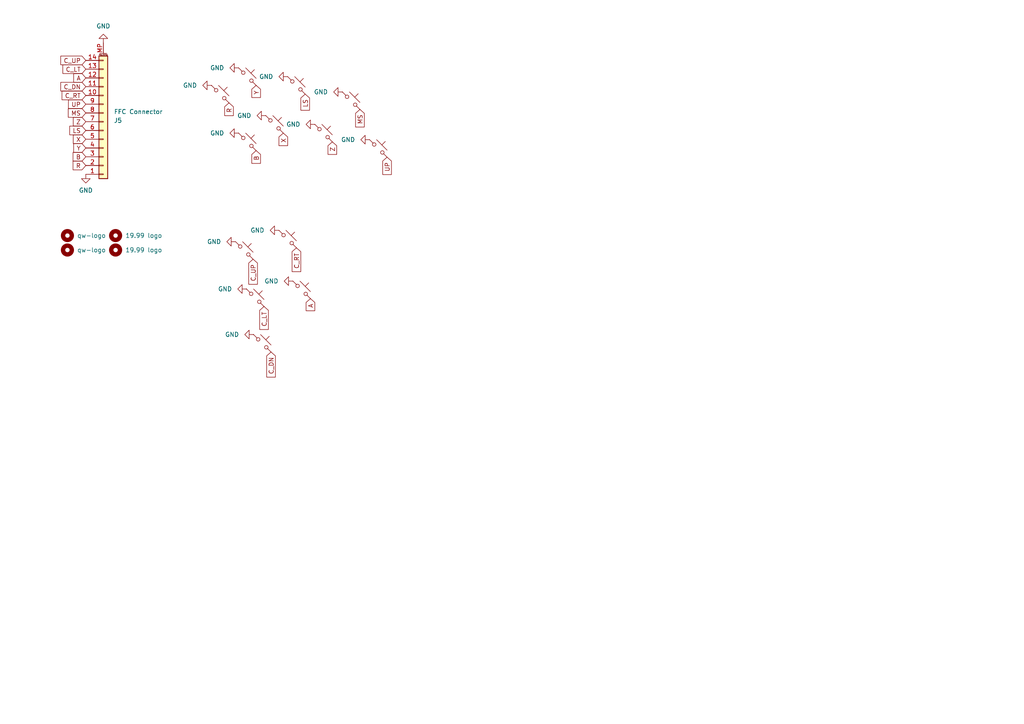
<source format=kicad_sch>
(kicad_sch
	(version 20231120)
	(generator "eeschema")
	(generator_version "8.0")
	(uuid "97ca623a-d248-42d7-a24f-eb3e5166da74")
	(paper "A4")
	(lib_symbols
		(symbol "Connector_Generic_MountingPin:Conn_01x14_MountingPin"
			(pin_names
				(offset 1.016) hide)
			(exclude_from_sim no)
			(in_bom yes)
			(on_board yes)
			(property "Reference" "J"
				(at 0 17.78 0)
				(effects
					(font
						(size 1.27 1.27)
					)
				)
			)
			(property "Value" "Conn_01x14_MountingPin"
				(at 1.27 -20.32 0)
				(effects
					(font
						(size 1.27 1.27)
					)
					(justify left)
				)
			)
			(property "Footprint" ""
				(at 0 0 0)
				(effects
					(font
						(size 1.27 1.27)
					)
					(hide yes)
				)
			)
			(property "Datasheet" "~"
				(at 0 0 0)
				(effects
					(font
						(size 1.27 1.27)
					)
					(hide yes)
				)
			)
			(property "Description" "Generic connectable mounting pin connector, single row, 01x14, script generated (kicad-library-utils/schlib/autogen/connector/)"
				(at 0 0 0)
				(effects
					(font
						(size 1.27 1.27)
					)
					(hide yes)
				)
			)
			(property "ki_keywords" "connector"
				(at 0 0 0)
				(effects
					(font
						(size 1.27 1.27)
					)
					(hide yes)
				)
			)
			(property "ki_fp_filters" "Connector*:*_1x??-1MP*"
				(at 0 0 0)
				(effects
					(font
						(size 1.27 1.27)
					)
					(hide yes)
				)
			)
			(symbol "Conn_01x14_MountingPin_1_1"
				(rectangle
					(start -1.27 -17.653)
					(end 0 -17.907)
					(stroke
						(width 0.1524)
						(type default)
					)
					(fill
						(type none)
					)
				)
				(rectangle
					(start -1.27 -15.113)
					(end 0 -15.367)
					(stroke
						(width 0.1524)
						(type default)
					)
					(fill
						(type none)
					)
				)
				(rectangle
					(start -1.27 -12.573)
					(end 0 -12.827)
					(stroke
						(width 0.1524)
						(type default)
					)
					(fill
						(type none)
					)
				)
				(rectangle
					(start -1.27 -10.033)
					(end 0 -10.287)
					(stroke
						(width 0.1524)
						(type default)
					)
					(fill
						(type none)
					)
				)
				(rectangle
					(start -1.27 -7.493)
					(end 0 -7.747)
					(stroke
						(width 0.1524)
						(type default)
					)
					(fill
						(type none)
					)
				)
				(rectangle
					(start -1.27 -4.953)
					(end 0 -5.207)
					(stroke
						(width 0.1524)
						(type default)
					)
					(fill
						(type none)
					)
				)
				(rectangle
					(start -1.27 -2.413)
					(end 0 -2.667)
					(stroke
						(width 0.1524)
						(type default)
					)
					(fill
						(type none)
					)
				)
				(rectangle
					(start -1.27 0.127)
					(end 0 -0.127)
					(stroke
						(width 0.1524)
						(type default)
					)
					(fill
						(type none)
					)
				)
				(rectangle
					(start -1.27 2.667)
					(end 0 2.413)
					(stroke
						(width 0.1524)
						(type default)
					)
					(fill
						(type none)
					)
				)
				(rectangle
					(start -1.27 5.207)
					(end 0 4.953)
					(stroke
						(width 0.1524)
						(type default)
					)
					(fill
						(type none)
					)
				)
				(rectangle
					(start -1.27 7.747)
					(end 0 7.493)
					(stroke
						(width 0.1524)
						(type default)
					)
					(fill
						(type none)
					)
				)
				(rectangle
					(start -1.27 10.287)
					(end 0 10.033)
					(stroke
						(width 0.1524)
						(type default)
					)
					(fill
						(type none)
					)
				)
				(rectangle
					(start -1.27 12.827)
					(end 0 12.573)
					(stroke
						(width 0.1524)
						(type default)
					)
					(fill
						(type none)
					)
				)
				(rectangle
					(start -1.27 15.367)
					(end 0 15.113)
					(stroke
						(width 0.1524)
						(type default)
					)
					(fill
						(type none)
					)
				)
				(rectangle
					(start -1.27 16.51)
					(end 1.27 -19.05)
					(stroke
						(width 0.254)
						(type default)
					)
					(fill
						(type background)
					)
				)
				(polyline
					(pts
						(xy -1.016 -19.812) (xy 1.016 -19.812)
					)
					(stroke
						(width 0.1524)
						(type default)
					)
					(fill
						(type none)
					)
				)
				(text "Mounting"
					(at 0 -19.431 0)
					(effects
						(font
							(size 0.381 0.381)
						)
					)
				)
				(pin passive line
					(at -5.08 15.24 0)
					(length 3.81)
					(name "Pin_1"
						(effects
							(font
								(size 1.27 1.27)
							)
						)
					)
					(number "1"
						(effects
							(font
								(size 1.27 1.27)
							)
						)
					)
				)
				(pin passive line
					(at -5.08 -7.62 0)
					(length 3.81)
					(name "Pin_10"
						(effects
							(font
								(size 1.27 1.27)
							)
						)
					)
					(number "10"
						(effects
							(font
								(size 1.27 1.27)
							)
						)
					)
				)
				(pin passive line
					(at -5.08 -10.16 0)
					(length 3.81)
					(name "Pin_11"
						(effects
							(font
								(size 1.27 1.27)
							)
						)
					)
					(number "11"
						(effects
							(font
								(size 1.27 1.27)
							)
						)
					)
				)
				(pin passive line
					(at -5.08 -12.7 0)
					(length 3.81)
					(name "Pin_12"
						(effects
							(font
								(size 1.27 1.27)
							)
						)
					)
					(number "12"
						(effects
							(font
								(size 1.27 1.27)
							)
						)
					)
				)
				(pin passive line
					(at -5.08 -15.24 0)
					(length 3.81)
					(name "Pin_13"
						(effects
							(font
								(size 1.27 1.27)
							)
						)
					)
					(number "13"
						(effects
							(font
								(size 1.27 1.27)
							)
						)
					)
				)
				(pin passive line
					(at -5.08 -17.78 0)
					(length 3.81)
					(name "Pin_14"
						(effects
							(font
								(size 1.27 1.27)
							)
						)
					)
					(number "14"
						(effects
							(font
								(size 1.27 1.27)
							)
						)
					)
				)
				(pin passive line
					(at -5.08 12.7 0)
					(length 3.81)
					(name "Pin_2"
						(effects
							(font
								(size 1.27 1.27)
							)
						)
					)
					(number "2"
						(effects
							(font
								(size 1.27 1.27)
							)
						)
					)
				)
				(pin passive line
					(at -5.08 10.16 0)
					(length 3.81)
					(name "Pin_3"
						(effects
							(font
								(size 1.27 1.27)
							)
						)
					)
					(number "3"
						(effects
							(font
								(size 1.27 1.27)
							)
						)
					)
				)
				(pin passive line
					(at -5.08 7.62 0)
					(length 3.81)
					(name "Pin_4"
						(effects
							(font
								(size 1.27 1.27)
							)
						)
					)
					(number "4"
						(effects
							(font
								(size 1.27 1.27)
							)
						)
					)
				)
				(pin passive line
					(at -5.08 5.08 0)
					(length 3.81)
					(name "Pin_5"
						(effects
							(font
								(size 1.27 1.27)
							)
						)
					)
					(number "5"
						(effects
							(font
								(size 1.27 1.27)
							)
						)
					)
				)
				(pin passive line
					(at -5.08 2.54 0)
					(length 3.81)
					(name "Pin_6"
						(effects
							(font
								(size 1.27 1.27)
							)
						)
					)
					(number "6"
						(effects
							(font
								(size 1.27 1.27)
							)
						)
					)
				)
				(pin passive line
					(at -5.08 0 0)
					(length 3.81)
					(name "Pin_7"
						(effects
							(font
								(size 1.27 1.27)
							)
						)
					)
					(number "7"
						(effects
							(font
								(size 1.27 1.27)
							)
						)
					)
				)
				(pin passive line
					(at -5.08 -2.54 0)
					(length 3.81)
					(name "Pin_8"
						(effects
							(font
								(size 1.27 1.27)
							)
						)
					)
					(number "8"
						(effects
							(font
								(size 1.27 1.27)
							)
						)
					)
				)
				(pin passive line
					(at -5.08 -5.08 0)
					(length 3.81)
					(name "Pin_9"
						(effects
							(font
								(size 1.27 1.27)
							)
						)
					)
					(number "9"
						(effects
							(font
								(size 1.27 1.27)
							)
						)
					)
				)
				(pin passive line
					(at 0 -22.86 90)
					(length 3.048)
					(name "MountPin"
						(effects
							(font
								(size 1.27 1.27)
							)
						)
					)
					(number "MP"
						(effects
							(font
								(size 1.27 1.27)
							)
						)
					)
				)
			)
		)
		(symbol "GND_2"
			(power)
			(pin_names
				(offset 0)
			)
			(exclude_from_sim no)
			(in_bom yes)
			(on_board yes)
			(property "Reference" "#PWR"
				(at 0 -6.35 0)
				(effects
					(font
						(size 1.27 1.27)
					)
					(hide yes)
				)
			)
			(property "Value" "GND_2"
				(at 0 -3.81 0)
				(effects
					(font
						(size 1.27 1.27)
					)
				)
			)
			(property "Footprint" ""
				(at 0 0 0)
				(effects
					(font
						(size 1.27 1.27)
					)
					(hide yes)
				)
			)
			(property "Datasheet" ""
				(at 0 0 0)
				(effects
					(font
						(size 1.27 1.27)
					)
					(hide yes)
				)
			)
			(property "Description" "Power symbol creates a global label with name \"GND\" , ground"
				(at 0 0 0)
				(effects
					(font
						(size 1.27 1.27)
					)
					(hide yes)
				)
			)
			(property "ki_keywords" "global power"
				(at 0 0 0)
				(effects
					(font
						(size 1.27 1.27)
					)
					(hide yes)
				)
			)
			(symbol "GND_2_0_1"
				(polyline
					(pts
						(xy 0 0) (xy 0 -1.27) (xy 1.27 -1.27) (xy 0 -2.54) (xy -1.27 -1.27) (xy 0 -1.27)
					)
					(stroke
						(width 0)
						(type default)
					)
					(fill
						(type none)
					)
				)
			)
			(symbol "GND_2_1_1"
				(pin power_in line
					(at 0 0 270)
					(length 0) hide
					(name "GND"
						(effects
							(font
								(size 1.27 1.27)
							)
						)
					)
					(number "1"
						(effects
							(font
								(size 1.27 1.27)
							)
						)
					)
				)
			)
		)
		(symbol "Mechanical:MountingHole"
			(pin_names
				(offset 1.016)
			)
			(exclude_from_sim no)
			(in_bom yes)
			(on_board yes)
			(property "Reference" "H"
				(at 0 5.08 0)
				(effects
					(font
						(size 1.27 1.27)
					)
				)
			)
			(property "Value" "MountingHole"
				(at 0 3.175 0)
				(effects
					(font
						(size 1.27 1.27)
					)
				)
			)
			(property "Footprint" ""
				(at 0 0 0)
				(effects
					(font
						(size 1.27 1.27)
					)
					(hide yes)
				)
			)
			(property "Datasheet" "~"
				(at 0 0 0)
				(effects
					(font
						(size 1.27 1.27)
					)
					(hide yes)
				)
			)
			(property "Description" "Mounting Hole without connection"
				(at 0 0 0)
				(effects
					(font
						(size 1.27 1.27)
					)
					(hide yes)
				)
			)
			(property "ki_keywords" "mounting hole"
				(at 0 0 0)
				(effects
					(font
						(size 1.27 1.27)
					)
					(hide yes)
				)
			)
			(property "ki_fp_filters" "MountingHole*"
				(at 0 0 0)
				(effects
					(font
						(size 1.27 1.27)
					)
					(hide yes)
				)
			)
			(symbol "MountingHole_0_1"
				(circle
					(center 0 0)
					(radius 1.27)
					(stroke
						(width 1.27)
						(type default)
					)
					(fill
						(type none)
					)
				)
			)
		)
		(symbol "PCM_marbastlib-choc:choc_SW_HS"
			(pin_numbers hide)
			(pin_names
				(offset 1.016) hide)
			(exclude_from_sim no)
			(in_bom yes)
			(on_board yes)
			(property "Reference" "CH"
				(at 3.048 1.016 0)
				(effects
					(font
						(size 1.27 1.27)
					)
					(justify left)
				)
			)
			(property "Value" "choc_SW_HS"
				(at 0 -3.81 0)
				(effects
					(font
						(size 1.27 1.27)
					)
				)
			)
			(property "Footprint" "PCM_marbastlib-choc:SW_choc_v1_HS_1u"
				(at 0 0 0)
				(effects
					(font
						(size 1.27 1.27)
					)
					(hide yes)
				)
			)
			(property "Datasheet" "~"
				(at 0 0 0)
				(effects
					(font
						(size 1.27 1.27)
					)
					(hide yes)
				)
			)
			(property "Description" "Push button switch, normally open, two pins, 45° tilted"
				(at 0 0 0)
				(effects
					(font
						(size 1.27 1.27)
					)
					(hide yes)
				)
			)
			(property "ki_keywords" "switch normally-open pushbutton push-button"
				(at 0 0 0)
				(effects
					(font
						(size 1.27 1.27)
					)
					(hide yes)
				)
			)
			(symbol "choc_SW_HS_0_1"
				(circle
					(center -1.1684 1.1684)
					(radius 0.508)
					(stroke
						(width 0)
						(type default)
					)
					(fill
						(type none)
					)
				)
				(polyline
					(pts
						(xy -0.508 2.54) (xy 2.54 -0.508)
					)
					(stroke
						(width 0)
						(type default)
					)
					(fill
						(type none)
					)
				)
				(polyline
					(pts
						(xy 1.016 1.016) (xy 2.032 2.032)
					)
					(stroke
						(width 0)
						(type default)
					)
					(fill
						(type none)
					)
				)
				(polyline
					(pts
						(xy -2.54 2.54) (xy -1.524 1.524) (xy -1.524 1.524)
					)
					(stroke
						(width 0)
						(type default)
					)
					(fill
						(type none)
					)
				)
				(polyline
					(pts
						(xy 1.524 -1.524) (xy 2.54 -2.54) (xy 2.54 -2.54) (xy 2.54 -2.54)
					)
					(stroke
						(width 0)
						(type default)
					)
					(fill
						(type none)
					)
				)
				(circle
					(center 1.143 -1.1938)
					(radius 0.508)
					(stroke
						(width 0)
						(type default)
					)
					(fill
						(type none)
					)
				)
				(pin passive line
					(at -2.54 2.54 0)
					(length 0)
					(name "1"
						(effects
							(font
								(size 1.27 1.27)
							)
						)
					)
					(number "1"
						(effects
							(font
								(size 1.27 1.27)
							)
						)
					)
				)
				(pin passive line
					(at 2.54 -2.54 180)
					(length 0)
					(name "2"
						(effects
							(font
								(size 1.27 1.27)
							)
						)
					)
					(number "2"
						(effects
							(font
								(size 1.27 1.27)
							)
						)
					)
				)
			)
		)
		(symbol "power:GND"
			(power)
			(pin_names
				(offset 0)
			)
			(exclude_from_sim no)
			(in_bom yes)
			(on_board yes)
			(property "Reference" "#PWR"
				(at 0 -6.35 0)
				(effects
					(font
						(size 1.27 1.27)
					)
					(hide yes)
				)
			)
			(property "Value" "GND"
				(at 0 -3.81 0)
				(effects
					(font
						(size 1.27 1.27)
					)
				)
			)
			(property "Footprint" ""
				(at 0 0 0)
				(effects
					(font
						(size 1.27 1.27)
					)
					(hide yes)
				)
			)
			(property "Datasheet" ""
				(at 0 0 0)
				(effects
					(font
						(size 1.27 1.27)
					)
					(hide yes)
				)
			)
			(property "Description" "Power symbol creates a global label with name \"GND\" , ground"
				(at 0 0 0)
				(effects
					(font
						(size 1.27 1.27)
					)
					(hide yes)
				)
			)
			(property "ki_keywords" "global power"
				(at 0 0 0)
				(effects
					(font
						(size 1.27 1.27)
					)
					(hide yes)
				)
			)
			(symbol "GND_0_1"
				(polyline
					(pts
						(xy 0 0) (xy 0 -1.27) (xy 1.27 -1.27) (xy 0 -2.54) (xy -1.27 -1.27) (xy 0 -1.27)
					)
					(stroke
						(width 0)
						(type default)
					)
					(fill
						(type none)
					)
				)
			)
			(symbol "GND_1_1"
				(pin power_in line
					(at 0 0 270)
					(length 0) hide
					(name "GND"
						(effects
							(font
								(size 1.27 1.27)
							)
						)
					)
					(number "1"
						(effects
							(font
								(size 1.27 1.27)
							)
						)
					)
				)
			)
		)
	)
	(global_label "X"
		(shape input)
		(at 24.892 40.386 180)
		(fields_autoplaced yes)
		(effects
			(font
				(size 1.27 1.27)
			)
			(justify right)
		)
		(uuid "016cd56d-640e-4a4a-bb4c-40e4e1fbeced")
		(property "Intersheetrefs" "${INTERSHEET_REFS}"
			(at 21.2694 40.3066 0)
			(effects
				(font
					(size 1.27 1.27)
				)
				(justify right)
				(hide yes)
			)
		)
	)
	(global_label "C_LT"
		(shape input)
		(at 76.581 88.9 270)
		(fields_autoplaced yes)
		(effects
			(font
				(size 1.27 1.27)
			)
			(justify right)
		)
		(uuid "02aeeefb-3287-4350-9a1f-7efa71c361b2")
		(property "Intersheetrefs" "${INTERSHEET_REFS}"
			(at 76.581 96.0391 90)
			(effects
				(font
					(size 1.27 1.27)
				)
				(justify right)
				(hide yes)
			)
		)
	)
	(global_label "B"
		(shape input)
		(at 24.892 45.466 180)
		(fields_autoplaced yes)
		(effects
			(font
				(size 1.27 1.27)
			)
			(justify right)
		)
		(uuid "076da3cd-0267-4649-bcbf-a27ab8363d2f")
		(property "Intersheetrefs" "${INTERSHEET_REFS}"
			(at 21.2089 45.3866 0)
			(effects
				(font
					(size 1.27 1.27)
				)
				(justify right)
				(hide yes)
			)
		)
	)
	(global_label "C_DN"
		(shape input)
		(at 78.613 102.108 270)
		(fields_autoplaced yes)
		(effects
			(font
				(size 1.27 1.27)
			)
			(justify right)
		)
		(uuid "0b9f4194-9344-4e75-9b49-c7806033e913")
		(property "Intersheetrefs" "${INTERSHEET_REFS}"
			(at 78.613 109.8519 90)
			(effects
				(font
					(size 1.27 1.27)
				)
				(justify right)
				(hide yes)
			)
		)
	)
	(global_label "Y"
		(shape input)
		(at 74.295 24.765 270)
		(fields_autoplaced yes)
		(effects
			(font
				(size 1.27 1.27)
			)
			(justify right)
		)
		(uuid "11bd7e8d-37dd-4ec8-bbb2-40308aff4624")
		(property "Intersheetrefs" "${INTERSHEET_REFS}"
			(at 74.295 28.7594 90)
			(effects
				(font
					(size 1.27 1.27)
				)
				(justify right)
				(hide yes)
			)
		)
	)
	(global_label "LS"
		(shape input)
		(at 24.892 37.846 180)
		(fields_autoplaced yes)
		(effects
			(font
				(size 1.27 1.27)
			)
			(justify right)
		)
		(uuid "239dc02e-fb21-4a49-aa65-0f833a0893bd")
		(property "Intersheetrefs" "${INTERSHEET_REFS}"
			(at 20.2413 37.7666 0)
			(effects
				(font
					(size 1.27 1.27)
				)
				(justify right)
				(hide yes)
			)
		)
	)
	(global_label "R"
		(shape input)
		(at 24.892 48.006 180)
		(fields_autoplaced yes)
		(effects
			(font
				(size 1.27 1.27)
			)
			(justify right)
		)
		(uuid "3bd41fe8-a600-4ae5-9c87-487ede1b0391")
		(property "Intersheetrefs" "${INTERSHEET_REFS}"
			(at 21.2089 47.9266 0)
			(effects
				(font
					(size 1.27 1.27)
				)
				(justify right)
				(hide yes)
			)
		)
	)
	(global_label "X"
		(shape input)
		(at 82.169 38.608 270)
		(fields_autoplaced yes)
		(effects
			(font
				(size 1.27 1.27)
			)
			(justify right)
		)
		(uuid "3d9f84e4-6c85-4103-a885-31987046935c")
		(property "Intersheetrefs" "${INTERSHEET_REFS}"
			(at 82.169 42.7233 90)
			(effects
				(font
					(size 1.27 1.27)
				)
				(justify right)
				(hide yes)
			)
		)
	)
	(global_label "C_DN"
		(shape input)
		(at 24.892 25.146 180)
		(fields_autoplaced yes)
		(effects
			(font
				(size 1.27 1.27)
			)
			(justify right)
		)
		(uuid "4b3f6e6c-c4a1-4a1c-a16b-3ede23937403")
		(property "Intersheetrefs" "${INTERSHEET_REFS}"
			(at 17.6408 25.0666 0)
			(effects
				(font
					(size 1.27 1.27)
				)
				(justify right)
				(hide yes)
			)
		)
	)
	(global_label "C_RT"
		(shape input)
		(at 85.979 71.882 270)
		(fields_autoplaced yes)
		(effects
			(font
				(size 1.27 1.27)
			)
			(justify right)
		)
		(uuid "4cd01590-eb20-42ac-9a7a-1bd3006286b0")
		(property "Intersheetrefs" "${INTERSHEET_REFS}"
			(at 85.979 79.263 90)
			(effects
				(font
					(size 1.27 1.27)
				)
				(justify right)
				(hide yes)
			)
		)
	)
	(global_label "MS"
		(shape input)
		(at 104.394 31.75 270)
		(fields_autoplaced yes)
		(effects
			(font
				(size 1.27 1.27)
			)
			(justify right)
		)
		(uuid "4e263399-1645-40de-9a53-e74abdf75227")
		(property "Intersheetrefs" "${INTERSHEET_REFS}"
			(at 104.394 37.3167 90)
			(effects
				(font
					(size 1.27 1.27)
				)
				(justify right)
				(hide yes)
			)
		)
	)
	(global_label "UP"
		(shape input)
		(at 24.892 30.226 180)
		(fields_autoplaced yes)
		(effects
			(font
				(size 1.27 1.27)
			)
			(justify right)
		)
		(uuid "5559387b-5881-4527-9543-17782751ba44")
		(property "Intersheetrefs" "${INTERSHEET_REFS}"
			(at 19.8784 30.1466 0)
			(effects
				(font
					(size 1.27 1.27)
				)
				(justify right)
				(hide yes)
			)
		)
	)
	(global_label "C_UP"
		(shape input)
		(at 24.892 17.526 180)
		(fields_autoplaced yes)
		(effects
			(font
				(size 1.27 1.27)
			)
			(justify right)
		)
		(uuid "5a80987d-6924-4639-91c6-3c1c693aa7ad")
		(property "Intersheetrefs" "${INTERSHEET_REFS}"
			(at 17.6408 17.4466 0)
			(effects
				(font
					(size 1.27 1.27)
				)
				(justify right)
				(hide yes)
			)
		)
	)
	(global_label "C_LT"
		(shape input)
		(at 24.892 20.066 180)
		(fields_autoplaced yes)
		(effects
			(font
				(size 1.27 1.27)
			)
			(justify right)
		)
		(uuid "73ba3b7f-26c3-4645-8fe3-bf475992b7c1")
		(property "Intersheetrefs" "${INTERSHEET_REFS}"
			(at 18.2456 19.9866 0)
			(effects
				(font
					(size 1.27 1.27)
				)
				(justify right)
				(hide yes)
			)
		)
	)
	(global_label "A"
		(shape input)
		(at 90.043 86.614 270)
		(fields_autoplaced yes)
		(effects
			(font
				(size 1.27 1.27)
			)
			(justify right)
		)
		(uuid "74dc406d-bced-4491-a755-472ed1f5ae32")
		(property "Intersheetrefs" "${INTERSHEET_REFS}"
			(at 90.043 90.6084 90)
			(effects
				(font
					(size 1.27 1.27)
				)
				(justify right)
				(hide yes)
			)
		)
	)
	(global_label "R"
		(shape input)
		(at 66.421 29.845 270)
		(fields_autoplaced yes)
		(effects
			(font
				(size 1.27 1.27)
			)
			(justify right)
		)
		(uuid "7f00423c-f9f3-45d9-9290-7aa31ca28bff")
		(property "Intersheetrefs" "${INTERSHEET_REFS}"
			(at 66.421 34.0208 90)
			(effects
				(font
					(size 1.27 1.27)
				)
				(justify right)
				(hide yes)
			)
		)
	)
	(global_label "MS"
		(shape input)
		(at 24.892 32.766 180)
		(fields_autoplaced yes)
		(effects
			(font
				(size 1.27 1.27)
			)
			(justify right)
		)
		(uuid "829a7ee8-23d6-41c3-8af7-bb020203f982")
		(property "Intersheetrefs" "${INTERSHEET_REFS}"
			(at 19.8179 32.6866 0)
			(effects
				(font
					(size 1.27 1.27)
				)
				(justify right)
				(hide yes)
			)
		)
	)
	(global_label "C_RT"
		(shape input)
		(at 24.892 27.686 180)
		(fields_autoplaced yes)
		(effects
			(font
				(size 1.27 1.27)
			)
			(justify right)
		)
		(uuid "85c75884-9546-4b3c-8c03-e14a32fc4f48")
		(property "Intersheetrefs" "${INTERSHEET_REFS}"
			(at 18.0037 27.6066 0)
			(effects
				(font
					(size 1.27 1.27)
				)
				(justify right)
				(hide yes)
			)
		)
	)
	(global_label "UP"
		(shape input)
		(at 112.268 45.593 270)
		(fields_autoplaced yes)
		(effects
			(font
				(size 1.27 1.27)
			)
			(justify right)
		)
		(uuid "89704b3e-fbac-4470-86ee-78b6f9e40262")
		(property "Intersheetrefs" "${INTERSHEET_REFS}"
			(at 112.268 51.0993 90)
			(effects
				(font
					(size 1.27 1.27)
				)
				(justify right)
				(hide yes)
			)
		)
	)
	(global_label "Y"
		(shape input)
		(at 24.892 42.926 180)
		(fields_autoplaced yes)
		(effects
			(font
				(size 1.27 1.27)
			)
			(justify right)
		)
		(uuid "9633f168-1f8e-4179-b058-36ef8ae02354")
		(property "Intersheetrefs" "${INTERSHEET_REFS}"
			(at 21.3903 42.8466 0)
			(effects
				(font
					(size 1.27 1.27)
				)
				(justify right)
				(hide yes)
			)
		)
	)
	(global_label "Z"
		(shape input)
		(at 24.892 35.306 180)
		(fields_autoplaced yes)
		(effects
			(font
				(size 1.27 1.27)
			)
			(justify right)
		)
		(uuid "a2231b80-4ea5-4090-9eec-cd70d32a4a88")
		(property "Intersheetrefs" "${INTERSHEET_REFS}"
			(at 21.2694 35.2266 0)
			(effects
				(font
					(size 1.27 1.27)
				)
				(justify right)
				(hide yes)
			)
		)
	)
	(global_label "Z"
		(shape input)
		(at 96.393 41.148 270)
		(fields_autoplaced yes)
		(effects
			(font
				(size 1.27 1.27)
			)
			(justify right)
		)
		(uuid "bfe88499-2290-4fd7-b2d3-fc1e3f40f7e8")
		(property "Intersheetrefs" "${INTERSHEET_REFS}"
			(at 96.393 45.2633 90)
			(effects
				(font
					(size 1.27 1.27)
				)
				(justify right)
				(hide yes)
			)
		)
	)
	(global_label "A"
		(shape input)
		(at 24.892 22.606 180)
		(fields_autoplaced yes)
		(effects
			(font
				(size 1.27 1.27)
			)
			(justify right)
		)
		(uuid "c775b7a4-90f9-4b5a-a14c-e7d50e73f932")
		(property "Intersheetrefs" "${INTERSHEET_REFS}"
			(at 21.3903 22.5266 0)
			(effects
				(font
					(size 1.27 1.27)
				)
				(justify right)
				(hide yes)
			)
		)
	)
	(global_label "B"
		(shape input)
		(at 74.295 43.688 270)
		(fields_autoplaced yes)
		(effects
			(font
				(size 1.27 1.27)
			)
			(justify right)
		)
		(uuid "d03a8574-8808-4bbc-97c2-abc5475d91c4")
		(property "Intersheetrefs" "${INTERSHEET_REFS}"
			(at 74.295 47.8638 90)
			(effects
				(font
					(size 1.27 1.27)
				)
				(justify right)
				(hide yes)
			)
		)
	)
	(global_label "LS"
		(shape input)
		(at 88.519 27.305 270)
		(fields_autoplaced yes)
		(effects
			(font
				(size 1.27 1.27)
			)
			(justify right)
		)
		(uuid "d36739e7-f939-476f-a13c-3a7fd4ee3500")
		(property "Intersheetrefs" "${INTERSHEET_REFS}"
			(at 88.519 32.4484 90)
			(effects
				(font
					(size 1.27 1.27)
				)
				(justify right)
				(hide yes)
			)
		)
	)
	(global_label "C_UP"
		(shape input)
		(at 73.406 75.184 270)
		(fields_autoplaced yes)
		(effects
			(font
				(size 1.27 1.27)
			)
			(justify right)
		)
		(uuid "fb1cda29-6152-4f3d-bbd1-d98b5206ab7f")
		(property "Intersheetrefs" "${INTERSHEET_REFS}"
			(at 73.406 82.9279 90)
			(effects
				(font
					(size 1.27 1.27)
				)
				(justify right)
				(hide yes)
			)
		)
	)
	(symbol
		(lib_id "power:GND")
		(at 91.313 36.068 270)
		(unit 1)
		(exclude_from_sim no)
		(in_bom yes)
		(on_board yes)
		(dnp no)
		(fields_autoplaced yes)
		(uuid "0243ed9b-0956-465d-b6d1-a2c1b599f70a")
		(property "Reference" "#PWR09"
			(at 84.963 36.068 0)
			(effects
				(font
					(size 1.27 1.27)
				)
				(hide yes)
			)
		)
		(property "Value" "GND"
			(at 87.122 36.068 90)
			(effects
				(font
					(size 1.27 1.27)
				)
				(justify right)
			)
		)
		(property "Footprint" ""
			(at 91.313 36.068 0)
			(effects
				(font
					(size 1.27 1.27)
				)
				(hide yes)
			)
		)
		(property "Datasheet" ""
			(at 91.313 36.068 0)
			(effects
				(font
					(size 1.27 1.27)
				)
				(hide yes)
			)
		)
		(property "Description" ""
			(at 91.313 36.068 0)
			(effects
				(font
					(size 1.27 1.27)
				)
				(hide yes)
			)
		)
		(pin "1"
			(uuid "bf6f3c88-a537-42f3-9774-87bf71c03589")
		)
		(instances
			(project "Right Hand Swift"
				(path "/97ca623a-d248-42d7-a24f-eb3e5166da74"
					(reference "#PWR09")
					(unit 1)
				)
			)
		)
	)
	(symbol
		(lib_id "power:GND")
		(at 107.188 40.513 270)
		(unit 1)
		(exclude_from_sim no)
		(in_bom yes)
		(on_board yes)
		(dnp no)
		(fields_autoplaced yes)
		(uuid "02f67a0f-bcf3-4116-ba2c-4bea12f974e7")
		(property "Reference" "#PWR010"
			(at 100.838 40.513 0)
			(effects
				(font
					(size 1.27 1.27)
				)
				(hide yes)
			)
		)
		(property "Value" "GND"
			(at 102.997 40.513 90)
			(effects
				(font
					(size 1.27 1.27)
				)
				(justify right)
			)
		)
		(property "Footprint" ""
			(at 107.188 40.513 0)
			(effects
				(font
					(size 1.27 1.27)
				)
				(hide yes)
			)
		)
		(property "Datasheet" ""
			(at 107.188 40.513 0)
			(effects
				(font
					(size 1.27 1.27)
				)
				(hide yes)
			)
		)
		(property "Description" ""
			(at 107.188 40.513 0)
			(effects
				(font
					(size 1.27 1.27)
				)
				(hide yes)
			)
		)
		(pin "1"
			(uuid "07c7bd68-b73a-4fa0-af85-3444e082c9bc")
		)
		(instances
			(project "Right Hand Swift"
				(path "/97ca623a-d248-42d7-a24f-eb3e5166da74"
					(reference "#PWR010")
					(unit 1)
				)
			)
		)
	)
	(symbol
		(lib_id "power:GND")
		(at 68.326 70.104 270)
		(unit 1)
		(exclude_from_sim no)
		(in_bom yes)
		(on_board yes)
		(dnp no)
		(fields_autoplaced yes)
		(uuid "0417bda2-4478-450b-91d6-83b68b0bb9cb")
		(property "Reference" "#PWR011"
			(at 61.976 70.104 0)
			(effects
				(font
					(size 1.27 1.27)
				)
				(hide yes)
			)
		)
		(property "Value" "GND"
			(at 64.135 70.104 90)
			(effects
				(font
					(size 1.27 1.27)
				)
				(justify right)
			)
		)
		(property "Footprint" ""
			(at 68.326 70.104 0)
			(effects
				(font
					(size 1.27 1.27)
				)
				(hide yes)
			)
		)
		(property "Datasheet" ""
			(at 68.326 70.104 0)
			(effects
				(font
					(size 1.27 1.27)
				)
				(hide yes)
			)
		)
		(property "Description" ""
			(at 68.326 70.104 0)
			(effects
				(font
					(size 1.27 1.27)
				)
				(hide yes)
			)
		)
		(pin "1"
			(uuid "f611801d-abbc-401e-a7bb-3ec4f88e3ab2")
		)
		(instances
			(project "Right Hand Swift"
				(path "/97ca623a-d248-42d7-a24f-eb3e5166da74"
					(reference "#PWR011")
					(unit 1)
				)
			)
		)
	)
	(symbol
		(lib_id "PCM_marbastlib-choc:choc_SW_HS")
		(at 76.073 99.568 270)
		(mirror x)
		(unit 1)
		(exclude_from_sim no)
		(in_bom yes)
		(on_board yes)
		(dnp no)
		(uuid "07c93f9b-8bbe-46cb-9f17-5b3d3cb50910")
		(property "Reference" "CH13"
			(at 83.058 99.568 0)
			(effects
				(font
					(size 1.27 1.27)
				)
				(hide yes)
			)
		)
		(property "Value" "choc_SW_HS"
			(at 80.518 99.568 0)
			(effects
				(font
					(size 1.27 1.27)
				)
				(hide yes)
			)
		)
		(property "Footprint" "PCBs:Kailh_socket_PG1350"
			(at 76.073 99.568 0)
			(effects
				(font
					(size 1.27 1.27)
				)
				(hide yes)
			)
		)
		(property "Datasheet" "~"
			(at 76.073 99.568 0)
			(effects
				(font
					(size 1.27 1.27)
				)
				(hide yes)
			)
		)
		(property "Description" ""
			(at 76.073 99.568 0)
			(effects
				(font
					(size 1.27 1.27)
				)
				(hide yes)
			)
		)
		(property "LCSC" "C5333465"
			(at 76.073 99.568 0)
			(effects
				(font
					(size 1.27 1.27)
				)
				(hide yes)
			)
		)
		(pin "1"
			(uuid "ec8f9957-70dd-404e-9b44-a31968db3872")
		)
		(pin "2"
			(uuid "e4fbc8b6-a09e-4eda-bf08-2c7aa54a6a80")
		)
		(instances
			(project "Right Hand Swift"
				(path "/97ca623a-d248-42d7-a24f-eb3e5166da74"
					(reference "CH13")
					(unit 1)
				)
			)
		)
	)
	(symbol
		(lib_id "power:GND")
		(at 80.899 66.802 270)
		(unit 1)
		(exclude_from_sim no)
		(in_bom yes)
		(on_board yes)
		(dnp no)
		(fields_autoplaced yes)
		(uuid "11c6242e-f05b-448c-9b51-5ef2894e954a")
		(property "Reference" "#PWR012"
			(at 74.549 66.802 0)
			(effects
				(font
					(size 1.27 1.27)
				)
				(hide yes)
			)
		)
		(property "Value" "GND"
			(at 76.708 66.802 90)
			(effects
				(font
					(size 1.27 1.27)
				)
				(justify right)
			)
		)
		(property "Footprint" ""
			(at 80.899 66.802 0)
			(effects
				(font
					(size 1.27 1.27)
				)
				(hide yes)
			)
		)
		(property "Datasheet" ""
			(at 80.899 66.802 0)
			(effects
				(font
					(size 1.27 1.27)
				)
				(hide yes)
			)
		)
		(property "Description" ""
			(at 80.899 66.802 0)
			(effects
				(font
					(size 1.27 1.27)
				)
				(hide yes)
			)
		)
		(pin "1"
			(uuid "ee20a7ae-039d-47b5-af9b-855adc21356d")
		)
		(instances
			(project "Right Hand Swift"
				(path "/97ca623a-d248-42d7-a24f-eb3e5166da74"
					(reference "#PWR012")
					(unit 1)
				)
			)
		)
	)
	(symbol
		(lib_id "PCM_marbastlib-choc:choc_SW_HS")
		(at 85.979 24.765 270)
		(mirror x)
		(unit 1)
		(exclude_from_sim no)
		(in_bom yes)
		(on_board yes)
		(dnp no)
		(uuid "158d83da-ea43-49c3-91bc-068a278ff3bf")
		(property "Reference" "CH16"
			(at 92.964 24.765 0)
			(effects
				(font
					(size 1.27 1.27)
				)
				(hide yes)
			)
		)
		(property "Value" "choc_SW_HS"
			(at 90.424 24.765 0)
			(effects
				(font
					(size 1.27 1.27)
				)
				(hide yes)
			)
		)
		(property "Footprint" "PCBs:Kailh_socket_PG1350"
			(at 85.979 24.765 0)
			(effects
				(font
					(size 1.27 1.27)
				)
				(hide yes)
			)
		)
		(property "Datasheet" "~"
			(at 85.979 24.765 0)
			(effects
				(font
					(size 1.27 1.27)
				)
				(hide yes)
			)
		)
		(property "Description" ""
			(at 85.979 24.765 0)
			(effects
				(font
					(size 1.27 1.27)
				)
				(hide yes)
			)
		)
		(property "LCSC" "C5333465"
			(at 85.979 24.765 0)
			(effects
				(font
					(size 1.27 1.27)
				)
				(hide yes)
			)
		)
		(pin "1"
			(uuid "57894d90-3685-428e-a607-9f73d031ca50")
		)
		(pin "2"
			(uuid "467cb3a3-a06d-4aa8-9a5a-6b1b670ba10e")
		)
		(instances
			(project "Right Hand Swift"
				(path "/97ca623a-d248-42d7-a24f-eb3e5166da74"
					(reference "CH16")
					(unit 1)
				)
			)
		)
	)
	(symbol
		(lib_id "PCM_marbastlib-choc:choc_SW_HS")
		(at 101.854 29.21 270)
		(mirror x)
		(unit 1)
		(exclude_from_sim no)
		(in_bom yes)
		(on_board yes)
		(dnp no)
		(uuid "197b0a72-fd50-473c-a71a-c7beeb27e87b")
		(property "Reference" "CH19"
			(at 108.839 29.21 0)
			(effects
				(font
					(size 1.27 1.27)
				)
				(hide yes)
			)
		)
		(property "Value" "choc_SW_HS"
			(at 106.299 29.21 0)
			(effects
				(font
					(size 1.27 1.27)
				)
				(hide yes)
			)
		)
		(property "Footprint" "PCBs:Kailh_socket_PG1350"
			(at 101.854 29.21 0)
			(effects
				(font
					(size 1.27 1.27)
				)
				(hide yes)
			)
		)
		(property "Datasheet" "~"
			(at 101.854 29.21 0)
			(effects
				(font
					(size 1.27 1.27)
				)
				(hide yes)
			)
		)
		(property "Description" ""
			(at 101.854 29.21 0)
			(effects
				(font
					(size 1.27 1.27)
				)
				(hide yes)
			)
		)
		(property "LCSC" "C5333465"
			(at 101.854 29.21 0)
			(effects
				(font
					(size 1.27 1.27)
				)
				(hide yes)
			)
		)
		(pin "1"
			(uuid "f5920dac-8627-4a17-ab1a-d9f0464fa239")
		)
		(pin "2"
			(uuid "a5df2602-7ca1-440e-8085-522311497a3f")
		)
		(instances
			(project "Right Hand Swift"
				(path "/97ca623a-d248-42d7-a24f-eb3e5166da74"
					(reference "CH19")
					(unit 1)
				)
			)
		)
	)
	(symbol
		(lib_id "Mechanical:MountingHole")
		(at 33.528 68.326 0)
		(unit 1)
		(exclude_from_sim no)
		(in_bom no)
		(on_board yes)
		(dnp no)
		(uuid "2d95f894-ff7a-41f4-98ff-7b2acd36434c")
		(property "Reference" "H3"
			(at 36.068 67.056 0)
			(effects
				(font
					(size 1.27 1.27)
				)
				(justify left)
				(hide yes)
			)
		)
		(property "Value" "19.99 logo"
			(at 36.322 68.326 0)
			(effects
				(font
					(size 1.27 1.27)
				)
				(justify left)
			)
		)
		(property "Footprint" "1999:1999 logo md"
			(at 33.528 68.326 0)
			(effects
				(font
					(size 1.27 1.27)
				)
				(hide yes)
			)
		)
		(property "Datasheet" "~"
			(at 33.528 68.326 0)
			(effects
				(font
					(size 1.27 1.27)
				)
				(hide yes)
			)
		)
		(property "Description" ""
			(at 33.528 68.326 0)
			(effects
				(font
					(size 1.27 1.27)
				)
				(hide yes)
			)
		)
		(instances
			(project "MainBoard"
				(path "/7bfb23e1-799c-4e40-8935-884d70092db8"
					(reference "H3")
					(unit 1)
				)
			)
			(project "Right Hand Swift"
				(path "/97ca623a-d248-42d7-a24f-eb3e5166da74"
					(reference "H7")
					(unit 1)
				)
			)
		)
	)
	(symbol
		(lib_id "power:GND")
		(at 69.215 19.685 270)
		(unit 1)
		(exclude_from_sim no)
		(in_bom yes)
		(on_board yes)
		(dnp no)
		(fields_autoplaced yes)
		(uuid "30d90353-7f56-4c3a-8178-d61b2df30725")
		(property "Reference" "#PWR04"
			(at 62.865 19.685 0)
			(effects
				(font
					(size 1.27 1.27)
				)
				(hide yes)
			)
		)
		(property "Value" "GND"
			(at 65.024 19.685 90)
			(effects
				(font
					(size 1.27 1.27)
				)
				(justify right)
			)
		)
		(property "Footprint" ""
			(at 69.215 19.685 0)
			(effects
				(font
					(size 1.27 1.27)
				)
				(hide yes)
			)
		)
		(property "Datasheet" ""
			(at 69.215 19.685 0)
			(effects
				(font
					(size 1.27 1.27)
				)
				(hide yes)
			)
		)
		(property "Description" ""
			(at 69.215 19.685 0)
			(effects
				(font
					(size 1.27 1.27)
				)
				(hide yes)
			)
		)
		(pin "1"
			(uuid "3e19ac5c-9f49-4ada-a262-fbe53eaab53e")
		)
		(instances
			(project "Right Hand Swift"
				(path "/97ca623a-d248-42d7-a24f-eb3e5166da74"
					(reference "#PWR04")
					(unit 1)
				)
			)
		)
	)
	(symbol
		(lib_id "power:GND")
		(at 83.439 22.225 270)
		(unit 1)
		(exclude_from_sim no)
		(in_bom yes)
		(on_board yes)
		(dnp no)
		(fields_autoplaced yes)
		(uuid "3a0ba013-5ab1-453a-9679-4d32b28571df")
		(property "Reference" "#PWR05"
			(at 77.089 22.225 0)
			(effects
				(font
					(size 1.27 1.27)
				)
				(hide yes)
			)
		)
		(property "Value" "GND"
			(at 79.248 22.225 90)
			(effects
				(font
					(size 1.27 1.27)
				)
				(justify right)
			)
		)
		(property "Footprint" ""
			(at 83.439 22.225 0)
			(effects
				(font
					(size 1.27 1.27)
				)
				(hide yes)
			)
		)
		(property "Datasheet" ""
			(at 83.439 22.225 0)
			(effects
				(font
					(size 1.27 1.27)
				)
				(hide yes)
			)
		)
		(property "Description" ""
			(at 83.439 22.225 0)
			(effects
				(font
					(size 1.27 1.27)
				)
				(hide yes)
			)
		)
		(pin "1"
			(uuid "e4cead86-9d9b-440b-bc55-7998d66fc651")
		)
		(instances
			(project "Right Hand Swift"
				(path "/97ca623a-d248-42d7-a24f-eb3e5166da74"
					(reference "#PWR05")
					(unit 1)
				)
			)
		)
	)
	(symbol
		(lib_id "PCM_marbastlib-choc:choc_SW_HS")
		(at 87.503 84.074 270)
		(mirror x)
		(unit 1)
		(exclude_from_sim no)
		(in_bom yes)
		(on_board yes)
		(dnp no)
		(uuid "48285245-eb7a-42fa-aa57-d79671b2db0f")
		(property "Reference" "CH17"
			(at 94.488 84.074 0)
			(effects
				(font
					(size 1.27 1.27)
				)
				(hide yes)
			)
		)
		(property "Value" "choc_SW_HS"
			(at 91.948 84.074 0)
			(effects
				(font
					(size 1.27 1.27)
				)
				(hide yes)
			)
		)
		(property "Footprint" "PCBs:Kailh_socket_PG1350"
			(at 87.503 84.074 0)
			(effects
				(font
					(size 1.27 1.27)
				)
				(hide yes)
			)
		)
		(property "Datasheet" "~"
			(at 87.503 84.074 0)
			(effects
				(font
					(size 1.27 1.27)
				)
				(hide yes)
			)
		)
		(property "Description" ""
			(at 87.503 84.074 0)
			(effects
				(font
					(size 1.27 1.27)
				)
				(hide yes)
			)
		)
		(property "LCSC" "C5333465"
			(at 87.503 84.074 0)
			(effects
				(font
					(size 1.27 1.27)
				)
				(hide yes)
			)
		)
		(pin "1"
			(uuid "1c40d2a3-2959-46c7-bed6-239ab48990e7")
		)
		(pin "2"
			(uuid "7f288a74-46f3-40f1-8f1b-3173375703b9")
		)
		(instances
			(project "Right Hand Swift"
				(path "/97ca623a-d248-42d7-a24f-eb3e5166da74"
					(reference "CH17")
					(unit 1)
				)
			)
		)
	)
	(symbol
		(lib_id "PCM_marbastlib-choc:choc_SW_HS")
		(at 71.755 22.225 270)
		(mirror x)
		(unit 1)
		(exclude_from_sim no)
		(in_bom yes)
		(on_board yes)
		(dnp no)
		(uuid "4a9e7d2d-c958-4ee3-b278-824b984d2a16")
		(property "Reference" "CH10"
			(at 78.74 22.225 0)
			(effects
				(font
					(size 1.27 1.27)
				)
				(hide yes)
			)
		)
		(property "Value" "choc_SW_HS"
			(at 76.2 22.225 0)
			(effects
				(font
					(size 1.27 1.27)
				)
				(hide yes)
			)
		)
		(property "Footprint" "PCBs:Kailh_socket_PG1350"
			(at 71.755 22.225 0)
			(effects
				(font
					(size 1.27 1.27)
				)
				(hide yes)
			)
		)
		(property "Datasheet" "~"
			(at 71.755 22.225 0)
			(effects
				(font
					(size 1.27 1.27)
				)
				(hide yes)
			)
		)
		(property "Description" ""
			(at 71.755 22.225 0)
			(effects
				(font
					(size 1.27 1.27)
				)
				(hide yes)
			)
		)
		(property "LCSC" "C5333465"
			(at 71.755 22.225 0)
			(effects
				(font
					(size 1.27 1.27)
				)
				(hide yes)
			)
		)
		(pin "1"
			(uuid "212afcd4-f50a-408e-8fc5-152afd406851")
		)
		(pin "2"
			(uuid "34df6704-9648-41c3-b5ae-115810d0c47b")
		)
		(instances
			(project "Right Hand Swift"
				(path "/97ca623a-d248-42d7-a24f-eb3e5166da74"
					(reference "CH10")
					(unit 1)
				)
			)
		)
	)
	(symbol
		(lib_id "Mechanical:MountingHole")
		(at 33.528 72.517 0)
		(unit 1)
		(exclude_from_sim no)
		(in_bom no)
		(on_board yes)
		(dnp no)
		(uuid "4bca25f1-9ee9-4a8e-8646-fa50b73d71b8")
		(property "Reference" "H4"
			(at 36.068 71.247 0)
			(effects
				(font
					(size 1.27 1.27)
				)
				(justify left)
				(hide yes)
			)
		)
		(property "Value" "19.99 logo"
			(at 36.322 72.517 0)
			(effects
				(font
					(size 1.27 1.27)
				)
				(justify left)
			)
		)
		(property "Footprint" "1999:1999 logo md"
			(at 33.528 72.517 0)
			(effects
				(font
					(size 1.27 1.27)
				)
				(hide yes)
			)
		)
		(property "Datasheet" "~"
			(at 33.528 72.517 0)
			(effects
				(font
					(size 1.27 1.27)
				)
				(hide yes)
			)
		)
		(property "Description" ""
			(at 33.528 72.517 0)
			(effects
				(font
					(size 1.27 1.27)
				)
				(hide yes)
			)
		)
		(instances
			(project "MainBoard"
				(path "/7bfb23e1-799c-4e40-8935-884d70092db8"
					(reference "H4")
					(unit 1)
				)
			)
			(project "Right Hand Swift"
				(path "/97ca623a-d248-42d7-a24f-eb3e5166da74"
					(reference "H8")
					(unit 1)
				)
			)
		)
	)
	(symbol
		(lib_name "GND_2")
		(lib_id "power:GND")
		(at 29.972 12.446 180)
		(unit 1)
		(exclude_from_sim no)
		(in_bom yes)
		(on_board yes)
		(dnp no)
		(fields_autoplaced yes)
		(uuid "5bd32734-5170-4b3f-995d-6a3523b50783")
		(property "Reference" "#PWR014"
			(at 29.972 6.096 0)
			(effects
				(font
					(size 1.27 1.27)
				)
				(hide yes)
			)
		)
		(property "Value" "GND"
			(at 29.972 7.574 0)
			(effects
				(font
					(size 1.27 1.27)
				)
			)
		)
		(property "Footprint" ""
			(at 29.972 12.446 0)
			(effects
				(font
					(size 1.27 1.27)
				)
				(hide yes)
			)
		)
		(property "Datasheet" ""
			(at 29.972 12.446 0)
			(effects
				(font
					(size 1.27 1.27)
				)
				(hide yes)
			)
		)
		(property "Description" ""
			(at 29.972 12.446 0)
			(effects
				(font
					(size 1.27 1.27)
				)
				(hide yes)
			)
		)
		(pin "1"
			(uuid "83cf3bd3-e9ee-4c23-8e4f-cae0055ff9a7")
		)
		(instances
			(project "MainBoard"
				(path "/7bfb23e1-799c-4e40-8935-884d70092db8"
					(reference "#PWR014")
					(unit 1)
				)
			)
			(project "Right Hand Swift"
				(path "/97ca623a-d248-42d7-a24f-eb3e5166da74"
					(reference "#PWR02")
					(unit 1)
				)
			)
		)
	)
	(symbol
		(lib_id "power:GND")
		(at 84.963 81.534 270)
		(unit 1)
		(exclude_from_sim no)
		(in_bom yes)
		(on_board yes)
		(dnp no)
		(fields_autoplaced yes)
		(uuid "66f2774f-765a-4c36-a93b-db3a5ef91612")
		(property "Reference" "#PWR014"
			(at 78.613 81.534 0)
			(effects
				(font
					(size 1.27 1.27)
				)
				(hide yes)
			)
		)
		(property "Value" "GND"
			(at 80.772 81.534 90)
			(effects
				(font
					(size 1.27 1.27)
				)
				(justify right)
			)
		)
		(property "Footprint" ""
			(at 84.963 81.534 0)
			(effects
				(font
					(size 1.27 1.27)
				)
				(hide yes)
			)
		)
		(property "Datasheet" ""
			(at 84.963 81.534 0)
			(effects
				(font
					(size 1.27 1.27)
				)
				(hide yes)
			)
		)
		(property "Description" ""
			(at 84.963 81.534 0)
			(effects
				(font
					(size 1.27 1.27)
				)
				(hide yes)
			)
		)
		(pin "1"
			(uuid "094f6f87-69a3-4aed-9b6b-41e727f87bbd")
		)
		(instances
			(project "Right Hand Swift"
				(path "/97ca623a-d248-42d7-a24f-eb3e5166da74"
					(reference "#PWR014")
					(unit 1)
				)
			)
		)
	)
	(symbol
		(lib_id "PCM_marbastlib-choc:choc_SW_HS")
		(at 63.881 27.305 270)
		(mirror x)
		(unit 1)
		(exclude_from_sim no)
		(in_bom yes)
		(on_board yes)
		(dnp no)
		(uuid "6b3c3436-1b59-4bf8-ae44-4e9ff3b4e471")
		(property "Reference" "CH8"
			(at 70.866 27.305 0)
			(effects
				(font
					(size 1.27 1.27)
				)
				(hide yes)
			)
		)
		(property "Value" "choc_SW_HS"
			(at 68.326 27.305 0)
			(effects
				(font
					(size 1.27 1.27)
				)
				(hide yes)
			)
		)
		(property "Footprint" "PCBs:Kailh_socket_PG1350"
			(at 63.881 27.305 0)
			(effects
				(font
					(size 1.27 1.27)
				)
				(hide yes)
			)
		)
		(property "Datasheet" "~"
			(at 63.881 27.305 0)
			(effects
				(font
					(size 1.27 1.27)
				)
				(hide yes)
			)
		)
		(property "Description" ""
			(at 63.881 27.305 0)
			(effects
				(font
					(size 1.27 1.27)
				)
				(hide yes)
			)
		)
		(property "LCSC" "C5333465"
			(at 63.881 27.305 0)
			(effects
				(font
					(size 1.27 1.27)
				)
				(hide yes)
			)
		)
		(pin "1"
			(uuid "a1dabdfa-6b54-4db6-a059-b5377a1a5946")
		)
		(pin "2"
			(uuid "1aea0395-852c-43a0-baa9-28bfd4b2346c")
		)
		(instances
			(project "Right Hand Swift"
				(path "/97ca623a-d248-42d7-a24f-eb3e5166da74"
					(reference "CH8")
					(unit 1)
				)
			)
		)
	)
	(symbol
		(lib_id "PCM_marbastlib-choc:choc_SW_HS")
		(at 71.755 41.148 270)
		(mirror x)
		(unit 1)
		(exclude_from_sim no)
		(in_bom yes)
		(on_board yes)
		(dnp no)
		(uuid "71195254-574e-4a51-b882-eb6ee559731b")
		(property "Reference" "CH11"
			(at 78.74 41.148 0)
			(effects
				(font
					(size 1.27 1.27)
				)
				(hide yes)
			)
		)
		(property "Value" "choc_SW_HS"
			(at 76.2 41.148 0)
			(effects
				(font
					(size 1.27 1.27)
				)
				(hide yes)
			)
		)
		(property "Footprint" "PCBs:Kailh_socket_PG1350"
			(at 71.755 41.148 0)
			(effects
				(font
					(size 1.27 1.27)
				)
				(hide yes)
			)
		)
		(property "Datasheet" "~"
			(at 71.755 41.148 0)
			(effects
				(font
					(size 1.27 1.27)
				)
				(hide yes)
			)
		)
		(property "Description" ""
			(at 71.755 41.148 0)
			(effects
				(font
					(size 1.27 1.27)
				)
				(hide yes)
			)
		)
		(property "LCSC" "C5333465"
			(at 71.755 41.148 0)
			(effects
				(font
					(size 1.27 1.27)
				)
				(hide yes)
			)
		)
		(pin "1"
			(uuid "43a8ce9d-4cb4-478f-82ef-b610f53e6a90")
		)
		(pin "2"
			(uuid "b4496082-e21b-4d48-8ae5-651fa1b94ffa")
		)
		(instances
			(project "Right Hand Swift"
				(path "/97ca623a-d248-42d7-a24f-eb3e5166da74"
					(reference "CH11")
					(unit 1)
				)
			)
		)
	)
	(symbol
		(lib_id "power:GND")
		(at 61.341 24.765 270)
		(unit 1)
		(exclude_from_sim no)
		(in_bom yes)
		(on_board yes)
		(dnp no)
		(fields_autoplaced yes)
		(uuid "71826b74-9c9f-4f9f-9c41-1a290ca4adc5")
		(property "Reference" "#PWR03"
			(at 54.991 24.765 0)
			(effects
				(font
					(size 1.27 1.27)
				)
				(hide yes)
			)
		)
		(property "Value" "GND"
			(at 57.15 24.765 90)
			(effects
				(font
					(size 1.27 1.27)
				)
				(justify right)
			)
		)
		(property "Footprint" ""
			(at 61.341 24.765 0)
			(effects
				(font
					(size 1.27 1.27)
				)
				(hide yes)
			)
		)
		(property "Datasheet" ""
			(at 61.341 24.765 0)
			(effects
				(font
					(size 1.27 1.27)
				)
				(hide yes)
			)
		)
		(property "Description" ""
			(at 61.341 24.765 0)
			(effects
				(font
					(size 1.27 1.27)
				)
				(hide yes)
			)
		)
		(pin "1"
			(uuid "b6488332-55cc-48c6-a6bc-a2391b1753ab")
		)
		(instances
			(project "Right Hand Swift"
				(path "/97ca623a-d248-42d7-a24f-eb3e5166da74"
					(reference "#PWR03")
					(unit 1)
				)
			)
		)
	)
	(symbol
		(lib_id "PCM_marbastlib-choc:choc_SW_HS")
		(at 79.629 36.068 270)
		(mirror x)
		(unit 1)
		(exclude_from_sim no)
		(in_bom yes)
		(on_board yes)
		(dnp no)
		(uuid "79851689-bd16-4bb3-b89f-0a16e16549fa")
		(property "Reference" "CH14"
			(at 86.614 36.068 0)
			(effects
				(font
					(size 1.27 1.27)
				)
				(hide yes)
			)
		)
		(property "Value" "choc_SW_HS"
			(at 84.074 36.068 0)
			(effects
				(font
					(size 1.27 1.27)
				)
				(hide yes)
			)
		)
		(property "Footprint" "PCBs:Kailh_socket_PG1350"
			(at 79.629 36.068 0)
			(effects
				(font
					(size 1.27 1.27)
				)
				(hide yes)
			)
		)
		(property "Datasheet" "~"
			(at 79.629 36.068 0)
			(effects
				(font
					(size 1.27 1.27)
				)
				(hide yes)
			)
		)
		(property "Description" ""
			(at 79.629 36.068 0)
			(effects
				(font
					(size 1.27 1.27)
				)
				(hide yes)
			)
		)
		(property "LCSC" "C5333465"
			(at 79.629 36.068 0)
			(effects
				(font
					(size 1.27 1.27)
				)
				(hide yes)
			)
		)
		(pin "1"
			(uuid "f2796b00-2275-47a7-b16d-7ba305fdbe8e")
		)
		(pin "2"
			(uuid "19662d56-e0ae-4d25-98fc-f7e384254fa5")
		)
		(instances
			(project "Right Hand Swift"
				(path "/97ca623a-d248-42d7-a24f-eb3e5166da74"
					(reference "CH14")
					(unit 1)
				)
			)
		)
	)
	(symbol
		(lib_id "power:GND")
		(at 73.533 97.028 270)
		(unit 1)
		(exclude_from_sim no)
		(in_bom yes)
		(on_board yes)
		(dnp no)
		(fields_autoplaced yes)
		(uuid "7d8b26c4-31da-4428-ba06-36361605459b")
		(property "Reference" "#PWR015"
			(at 67.183 97.028 0)
			(effects
				(font
					(size 1.27 1.27)
				)
				(hide yes)
			)
		)
		(property "Value" "GND"
			(at 69.342 97.028 90)
			(effects
				(font
					(size 1.27 1.27)
				)
				(justify right)
			)
		)
		(property "Footprint" ""
			(at 73.533 97.028 0)
			(effects
				(font
					(size 1.27 1.27)
				)
				(hide yes)
			)
		)
		(property "Datasheet" ""
			(at 73.533 97.028 0)
			(effects
				(font
					(size 1.27 1.27)
				)
				(hide yes)
			)
		)
		(property "Description" ""
			(at 73.533 97.028 0)
			(effects
				(font
					(size 1.27 1.27)
				)
				(hide yes)
			)
		)
		(pin "1"
			(uuid "2c298c2c-c883-4ad6-8a3f-b367d86c61fe")
		)
		(instances
			(project "Right Hand Swift"
				(path "/97ca623a-d248-42d7-a24f-eb3e5166da74"
					(reference "#PWR015")
					(unit 1)
				)
			)
		)
	)
	(symbol
		(lib_id "Connector_Generic_MountingPin:Conn_01x14_MountingPin")
		(at 29.972 35.306 0)
		(mirror x)
		(unit 1)
		(exclude_from_sim no)
		(in_bom yes)
		(on_board yes)
		(dnp no)
		(uuid "7f50a191-6416-491d-8522-3e3c9c4ff98c")
		(property "Reference" "J1"
			(at 33.02 34.9504 0)
			(effects
				(font
					(size 1.27 1.27)
				)
				(justify left)
			)
		)
		(property "Value" "FFC Connector"
			(at 33.02 32.4104 0)
			(effects
				(font
					(size 1.27 1.27)
				)
				(justify left)
			)
		)
		(property "Footprint" "Connector_FFC-FPC:TE_1-84953-4_1x14-1MP_P1.0mm_Horizontal"
			(at 29.972 35.306 0)
			(effects
				(font
					(size 1.27 1.27)
				)
				(hide yes)
			)
		)
		(property "Datasheet" "~"
			(at 29.972 35.306 0)
			(effects
				(font
					(size 1.27 1.27)
				)
				(hide yes)
			)
		)
		(property "Description" ""
			(at 29.972 35.306 0)
			(effects
				(font
					(size 1.27 1.27)
				)
				(hide yes)
			)
		)
		(property "LCSC" "C376047"
			(at 29.972 35.306 0)
			(effects
				(font
					(size 1.27 1.27)
				)
				(hide yes)
			)
		)
		(pin "1"
			(uuid "5962f384-c760-4e9e-9182-8959b2973438")
		)
		(pin "10"
			(uuid "5232b337-1234-4ceb-9f5a-dab6e55d8c6e")
		)
		(pin "11"
			(uuid "5b819a7f-0e86-4b59-aa8c-b2b4482a0018")
		)
		(pin "12"
			(uuid "87ac4da5-34de-48cc-8cb1-d99888c45ccd")
		)
		(pin "13"
			(uuid "8bcb46c7-511a-446d-a33e-1edef31b4fb7")
		)
		(pin "14"
			(uuid "1f989d29-f946-4bc7-bb1b-6621fcf1dab9")
		)
		(pin "2"
			(uuid "9f1b1592-c6b9-4864-a745-cc3659c90024")
		)
		(pin "3"
			(uuid "a8852ea9-0de3-4b0d-b0de-dc29d936a3fe")
		)
		(pin "4"
			(uuid "6e2c929f-4c44-4173-b183-18f57ec24300")
		)
		(pin "5"
			(uuid "a720adef-71c8-4dff-a718-75915830777b")
		)
		(pin "6"
			(uuid "953f870b-637a-408c-918c-db2fcdec51d4")
		)
		(pin "7"
			(uuid "2c89efba-29df-42f3-99c4-28d11aebe513")
		)
		(pin "8"
			(uuid "8f1c8a82-6da9-4254-8734-d930fed58afa")
		)
		(pin "9"
			(uuid "1b053ad0-9afe-4e73-8206-0be8606eb1be")
		)
		(pin "MP"
			(uuid "3c534ab8-1181-4634-bd07-3455553f47f1")
		)
		(instances
			(project "MainBoard"
				(path "/7bfb23e1-799c-4e40-8935-884d70092db8"
					(reference "J1")
					(unit 1)
				)
			)
			(project "Right Hand Swift"
				(path "/97ca623a-d248-42d7-a24f-eb3e5166da74"
					(reference "J5")
					(unit 1)
				)
			)
		)
	)
	(symbol
		(lib_id "Mechanical:MountingHole")
		(at 19.558 72.517 0)
		(unit 1)
		(exclude_from_sim no)
		(in_bom no)
		(on_board yes)
		(dnp no)
		(uuid "83f86ecb-2628-4802-8b94-4cd6285a7ca7")
		(property "Reference" "H2"
			(at 22.098 71.247 0)
			(effects
				(font
					(size 1.27 1.27)
				)
				(justify left)
				(hide yes)
			)
		)
		(property "Value" "qw-logo"
			(at 22.352 72.517 0)
			(effects
				(font
					(size 1.27 1.27)
				)
				(justify left)
			)
		)
		(property "Footprint" "qw-logo:qw new logo silk + copper md"
			(at 19.558 72.517 0)
			(effects
				(font
					(size 1.27 1.27)
				)
				(hide yes)
			)
		)
		(property "Datasheet" "~"
			(at 19.558 72.517 0)
			(effects
				(font
					(size 1.27 1.27)
				)
				(hide yes)
			)
		)
		(property "Description" ""
			(at 19.558 72.517 0)
			(effects
				(font
					(size 1.27 1.27)
				)
				(hide yes)
			)
		)
		(instances
			(project "MainBoard"
				(path "/7bfb23e1-799c-4e40-8935-884d70092db8"
					(reference "H2")
					(unit 1)
				)
			)
			(project "Right Hand Swift"
				(path "/97ca623a-d248-42d7-a24f-eb3e5166da74"
					(reference "H6")
					(unit 1)
				)
			)
		)
	)
	(symbol
		(lib_id "PCM_marbastlib-choc:choc_SW_HS")
		(at 70.866 72.644 270)
		(mirror x)
		(unit 1)
		(exclude_from_sim no)
		(in_bom yes)
		(on_board yes)
		(dnp no)
		(uuid "898f2dd3-f1a8-4cc0-b640-f5916e06f4b8")
		(property "Reference" "CH9"
			(at 77.851 72.644 0)
			(effects
				(font
					(size 1.27 1.27)
				)
				(hide yes)
			)
		)
		(property "Value" "choc_SW_HS"
			(at 75.311 72.644 0)
			(effects
				(font
					(size 1.27 1.27)
				)
				(hide yes)
			)
		)
		(property "Footprint" "PCBs:Kailh_socket_PG1350"
			(at 70.866 72.644 0)
			(effects
				(font
					(size 1.27 1.27)
				)
				(hide yes)
			)
		)
		(property "Datasheet" "~"
			(at 70.866 72.644 0)
			(effects
				(font
					(size 1.27 1.27)
				)
				(hide yes)
			)
		)
		(property "Description" ""
			(at 70.866 72.644 0)
			(effects
				(font
					(size 1.27 1.27)
				)
				(hide yes)
			)
		)
		(property "LCSC" "C5333465"
			(at 70.866 72.644 0)
			(effects
				(font
					(size 1.27 1.27)
				)
				(hide yes)
			)
		)
		(pin "1"
			(uuid "20b34904-ccfc-471f-821c-f27e889d30a5")
		)
		(pin "2"
			(uuid "cc3f6230-e89b-429e-b67c-6fe501165333")
		)
		(instances
			(project "Right Hand Swift"
				(path "/97ca623a-d248-42d7-a24f-eb3e5166da74"
					(reference "CH9")
					(unit 1)
				)
			)
		)
	)
	(symbol
		(lib_id "PCM_marbastlib-choc:choc_SW_HS")
		(at 74.041 86.36 270)
		(mirror x)
		(unit 1)
		(exclude_from_sim no)
		(in_bom yes)
		(on_board yes)
		(dnp no)
		(uuid "9929c795-00f3-4e7a-a64b-c7ea77133fdb")
		(property "Reference" "CH12"
			(at 81.026 86.36 0)
			(effects
				(font
					(size 1.27 1.27)
				)
				(hide yes)
			)
		)
		(property "Value" "choc_SW_HS"
			(at 78.486 86.36 0)
			(effects
				(font
					(size 1.27 1.27)
				)
				(hide yes)
			)
		)
		(property "Footprint" "PCBs:Kailh_socket_PG1350"
			(at 74.041 86.36 0)
			(effects
				(font
					(size 1.27 1.27)
				)
				(hide yes)
			)
		)
		(property "Datasheet" "~"
			(at 74.041 86.36 0)
			(effects
				(font
					(size 1.27 1.27)
				)
				(hide yes)
			)
		)
		(property "Description" ""
			(at 74.041 86.36 0)
			(effects
				(font
					(size 1.27 1.27)
				)
				(hide yes)
			)
		)
		(property "LCSC" "C5333465"
			(at 74.041 86.36 0)
			(effects
				(font
					(size 1.27 1.27)
				)
				(hide yes)
			)
		)
		(pin "1"
			(uuid "8d83663f-9c8a-4954-8cec-1b6e0a1cd220")
		)
		(pin "2"
			(uuid "940a9bde-d75a-4fa2-95be-64f4aed77393")
		)
		(instances
			(project "Right Hand Swift"
				(path "/97ca623a-d248-42d7-a24f-eb3e5166da74"
					(reference "CH12")
					(unit 1)
				)
			)
		)
	)
	(symbol
		(lib_name "GND_2")
		(lib_id "power:GND")
		(at 24.892 50.546 0)
		(unit 1)
		(exclude_from_sim no)
		(in_bom yes)
		(on_board yes)
		(dnp no)
		(fields_autoplaced yes)
		(uuid "a05df6e0-e4b4-4a06-886a-f0a6288184cb")
		(property "Reference" "#PWR015"
			(at 24.892 56.896 0)
			(effects
				(font
					(size 1.27 1.27)
				)
				(hide yes)
			)
		)
		(property "Value" "GND"
			(at 24.892 55.2162 0)
			(effects
				(font
					(size 1.27 1.27)
				)
			)
		)
		(property "Footprint" ""
			(at 24.892 50.546 0)
			(effects
				(font
					(size 1.27 1.27)
				)
				(hide yes)
			)
		)
		(property "Datasheet" ""
			(at 24.892 50.546 0)
			(effects
				(font
					(size 1.27 1.27)
				)
				(hide yes)
			)
		)
		(property "Description" ""
			(at 24.892 50.546 0)
			(effects
				(font
					(size 1.27 1.27)
				)
				(hide yes)
			)
		)
		(pin "1"
			(uuid "8ea249d0-87eb-4bff-a98e-cb1a6b13c82e")
		)
		(instances
			(project "MainBoard"
				(path "/7bfb23e1-799c-4e40-8935-884d70092db8"
					(reference "#PWR015")
					(unit 1)
				)
			)
			(project "Right Hand Swift"
				(path "/97ca623a-d248-42d7-a24f-eb3e5166da74"
					(reference "#PWR01")
					(unit 1)
				)
			)
		)
	)
	(symbol
		(lib_id "power:GND")
		(at 77.089 33.528 270)
		(unit 1)
		(exclude_from_sim no)
		(in_bom yes)
		(on_board yes)
		(dnp no)
		(fields_autoplaced yes)
		(uuid "a5d142ac-f371-43c2-b1c6-5029c7ce776a")
		(property "Reference" "#PWR08"
			(at 70.739 33.528 0)
			(effects
				(font
					(size 1.27 1.27)
				)
				(hide yes)
			)
		)
		(property "Value" "GND"
			(at 72.898 33.528 90)
			(effects
				(font
					(size 1.27 1.27)
				)
				(justify right)
			)
		)
		(property "Footprint" ""
			(at 77.089 33.528 0)
			(effects
				(font
					(size 1.27 1.27)
				)
				(hide yes)
			)
		)
		(property "Datasheet" ""
			(at 77.089 33.528 0)
			(effects
				(font
					(size 1.27 1.27)
				)
				(hide yes)
			)
		)
		(property "Description" ""
			(at 77.089 33.528 0)
			(effects
				(font
					(size 1.27 1.27)
				)
				(hide yes)
			)
		)
		(pin "1"
			(uuid "7987cc11-a12a-47a3-a75e-68eec4a985f6")
		)
		(instances
			(project "Right Hand Swift"
				(path "/97ca623a-d248-42d7-a24f-eb3e5166da74"
					(reference "#PWR08")
					(unit 1)
				)
			)
		)
	)
	(symbol
		(lib_id "PCM_marbastlib-choc:choc_SW_HS")
		(at 93.853 38.608 270)
		(mirror x)
		(unit 1)
		(exclude_from_sim no)
		(in_bom yes)
		(on_board yes)
		(dnp no)
		(uuid "a9bb64cd-ccc1-41ea-b18c-10fa55525843")
		(property "Reference" "CH18"
			(at 100.838 38.608 0)
			(effects
				(font
					(size 1.27 1.27)
				)
				(hide yes)
			)
		)
		(property "Value" "choc_SW_HS"
			(at 98.298 38.608 0)
			(effects
				(font
					(size 1.27 1.27)
				)
				(hide yes)
			)
		)
		(property "Footprint" "PCBs:Kailh_socket_PG1350"
			(at 93.853 38.608 0)
			(effects
				(font
					(size 1.27 1.27)
				)
				(hide yes)
			)
		)
		(property "Datasheet" "~"
			(at 93.853 38.608 0)
			(effects
				(font
					(size 1.27 1.27)
				)
				(hide yes)
			)
		)
		(property "Description" ""
			(at 93.853 38.608 0)
			(effects
				(font
					(size 1.27 1.27)
				)
				(hide yes)
			)
		)
		(property "LCSC" "C5333465"
			(at 93.853 38.608 0)
			(effects
				(font
					(size 1.27 1.27)
				)
				(hide yes)
			)
		)
		(pin "1"
			(uuid "b311dcbb-18ab-4236-b950-1138072f464c")
		)
		(pin "2"
			(uuid "393c5f3d-359a-4499-8081-149899c62777")
		)
		(instances
			(project "Right Hand Swift"
				(path "/97ca623a-d248-42d7-a24f-eb3e5166da74"
					(reference "CH18")
					(unit 1)
				)
			)
		)
	)
	(symbol
		(lib_id "Mechanical:MountingHole")
		(at 19.558 68.326 0)
		(unit 1)
		(exclude_from_sim no)
		(in_bom no)
		(on_board yes)
		(dnp no)
		(uuid "aecb4c49-6906-49f6-9c24-fcf8a9ff9277")
		(property "Reference" "H1"
			(at 22.098 67.056 0)
			(effects
				(font
					(size 1.27 1.27)
				)
				(justify left)
				(hide yes)
			)
		)
		(property "Value" "qw-logo"
			(at 22.352 68.326 0)
			(effects
				(font
					(size 1.27 1.27)
				)
				(justify left)
			)
		)
		(property "Footprint" "qw-logo:qw new logo silk + copper md"
			(at 19.558 68.326 0)
			(effects
				(font
					(size 1.27 1.27)
				)
				(hide yes)
			)
		)
		(property "Datasheet" "~"
			(at 19.558 68.326 0)
			(effects
				(font
					(size 1.27 1.27)
				)
				(hide yes)
			)
		)
		(property "Description" ""
			(at 19.558 68.326 0)
			(effects
				(font
					(size 1.27 1.27)
				)
				(hide yes)
			)
		)
		(instances
			(project "MainBoard"
				(path "/7bfb23e1-799c-4e40-8935-884d70092db8"
					(reference "H1")
					(unit 1)
				)
			)
			(project "Right Hand Swift"
				(path "/97ca623a-d248-42d7-a24f-eb3e5166da74"
					(reference "H5")
					(unit 1)
				)
			)
		)
	)
	(symbol
		(lib_id "PCM_marbastlib-choc:choc_SW_HS")
		(at 109.728 43.053 270)
		(mirror x)
		(unit 1)
		(exclude_from_sim no)
		(in_bom yes)
		(on_board yes)
		(dnp no)
		(uuid "d08e41e4-bdf2-4d24-96bf-e73cb5799b9b")
		(property "Reference" "CH20"
			(at 116.713 43.053 0)
			(effects
				(font
					(size 1.27 1.27)
				)
				(hide yes)
			)
		)
		(property "Value" "choc_SW_HS"
			(at 114.173 43.053 0)
			(effects
				(font
					(size 1.27 1.27)
				)
				(hide yes)
			)
		)
		(property "Footprint" "PCBs:Kailh_socket_PG1350"
			(at 109.728 43.053 0)
			(effects
				(font
					(size 1.27 1.27)
				)
				(hide yes)
			)
		)
		(property "Datasheet" "~"
			(at 109.728 43.053 0)
			(effects
				(font
					(size 1.27 1.27)
				)
				(hide yes)
			)
		)
		(property "Description" ""
			(at 109.728 43.053 0)
			(effects
				(font
					(size 1.27 1.27)
				)
				(hide yes)
			)
		)
		(property "LCSC" "C5333465"
			(at 109.728 43.053 0)
			(effects
				(font
					(size 1.27 1.27)
				)
				(hide yes)
			)
		)
		(pin "1"
			(uuid "67bcf4e3-7d44-409f-8834-6baeb448895c")
		)
		(pin "2"
			(uuid "a739756e-20f0-4f6c-87a6-8ae331b64722")
		)
		(instances
			(project "Right Hand Swift"
				(path "/97ca623a-d248-42d7-a24f-eb3e5166da74"
					(reference "CH20")
					(unit 1)
				)
			)
		)
	)
	(symbol
		(lib_id "power:GND")
		(at 71.501 83.82 270)
		(unit 1)
		(exclude_from_sim no)
		(in_bom yes)
		(on_board yes)
		(dnp no)
		(fields_autoplaced yes)
		(uuid "d2bd7f16-e10d-4c0b-8330-1cc1f6ba5769")
		(property "Reference" "#PWR013"
			(at 65.151 83.82 0)
			(effects
				(font
					(size 1.27 1.27)
				)
				(hide yes)
			)
		)
		(property "Value" "GND"
			(at 67.31 83.82 90)
			(effects
				(font
					(size 1.27 1.27)
				)
				(justify right)
			)
		)
		(property "Footprint" ""
			(at 71.501 83.82 0)
			(effects
				(font
					(size 1.27 1.27)
				)
				(hide yes)
			)
		)
		(property "Datasheet" ""
			(at 71.501 83.82 0)
			(effects
				(font
					(size 1.27 1.27)
				)
				(hide yes)
			)
		)
		(property "Description" ""
			(at 71.501 83.82 0)
			(effects
				(font
					(size 1.27 1.27)
				)
				(hide yes)
			)
		)
		(pin "1"
			(uuid "4e4cbf95-d099-42e4-ac69-2927fbb9f854")
		)
		(instances
			(project "Right Hand Swift"
				(path "/97ca623a-d248-42d7-a24f-eb3e5166da74"
					(reference "#PWR013")
					(unit 1)
				)
			)
		)
	)
	(symbol
		(lib_id "power:GND")
		(at 99.314 26.67 270)
		(unit 1)
		(exclude_from_sim no)
		(in_bom yes)
		(on_board yes)
		(dnp no)
		(fields_autoplaced yes)
		(uuid "d7c8e99f-93af-452b-803a-2dd85ed48e64")
		(property "Reference" "#PWR06"
			(at 92.964 26.67 0)
			(effects
				(font
					(size 1.27 1.27)
				)
				(hide yes)
			)
		)
		(property "Value" "GND"
			(at 95.123 26.67 90)
			(effects
				(font
					(size 1.27 1.27)
				)
				(justify right)
			)
		)
		(property "Footprint" ""
			(at 99.314 26.67 0)
			(effects
				(font
					(size 1.27 1.27)
				)
				(hide yes)
			)
		)
		(property "Datasheet" ""
			(at 99.314 26.67 0)
			(effects
				(font
					(size 1.27 1.27)
				)
				(hide yes)
			)
		)
		(property "Description" ""
			(at 99.314 26.67 0)
			(effects
				(font
					(size 1.27 1.27)
				)
				(hide yes)
			)
		)
		(pin "1"
			(uuid "fcd751c3-d17e-4432-8a6f-a2a0aa476f23")
		)
		(instances
			(project "Right Hand Swift"
				(path "/97ca623a-d248-42d7-a24f-eb3e5166da74"
					(reference "#PWR06")
					(unit 1)
				)
			)
		)
	)
	(symbol
		(lib_id "power:GND")
		(at 69.215 38.608 270)
		(unit 1)
		(exclude_from_sim no)
		(in_bom yes)
		(on_board yes)
		(dnp no)
		(fields_autoplaced yes)
		(uuid "d7dab040-4607-469d-92ef-f8798f05bc74")
		(property "Reference" "#PWR07"
			(at 62.865 38.608 0)
			(effects
				(font
					(size 1.27 1.27)
				)
				(hide yes)
			)
		)
		(property "Value" "GND"
			(at 65.024 38.608 90)
			(effects
				(font
					(size 1.27 1.27)
				)
				(justify right)
			)
		)
		(property "Footprint" ""
			(at 69.215 38.608 0)
			(effects
				(font
					(size 1.27 1.27)
				)
				(hide yes)
			)
		)
		(property "Datasheet" ""
			(at 69.215 38.608 0)
			(effects
				(font
					(size 1.27 1.27)
				)
				(hide yes)
			)
		)
		(property "Description" ""
			(at 69.215 38.608 0)
			(effects
				(font
					(size 1.27 1.27)
				)
				(hide yes)
			)
		)
		(pin "1"
			(uuid "faa31685-1b9a-4ef1-84bf-7ca79afadb41")
		)
		(instances
			(project "Right Hand Swift"
				(path "/97ca623a-d248-42d7-a24f-eb3e5166da74"
					(reference "#PWR07")
					(unit 1)
				)
			)
		)
	)
	(symbol
		(lib_id "PCM_marbastlib-choc:choc_SW_HS")
		(at 83.439 69.342 270)
		(mirror x)
		(unit 1)
		(exclude_from_sim no)
		(in_bom yes)
		(on_board yes)
		(dnp no)
		(uuid "e4dfa24d-436b-4277-a7ab-468eb30bf82a")
		(property "Reference" "CH15"
			(at 90.424 69.342 0)
			(effects
				(font
					(size 1.27 1.27)
				)
				(hide yes)
			)
		)
		(property "Value" "choc_SW_HS"
			(at 87.884 69.342 0)
			(effects
				(font
					(size 1.27 1.27)
				)
				(hide yes)
			)
		)
		(property "Footprint" "PCBs:Kailh_socket_PG1350"
			(at 83.439 69.342 0)
			(effects
				(font
					(size 1.27 1.27)
				)
				(hide yes)
			)
		)
		(property "Datasheet" "~"
			(at 83.439 69.342 0)
			(effects
				(font
					(size 1.27 1.27)
				)
				(hide yes)
			)
		)
		(property "Description" ""
			(at 83.439 69.342 0)
			(effects
				(font
					(size 1.27 1.27)
				)
				(hide yes)
			)
		)
		(property "LCSC" "C5333465"
			(at 83.439 69.342 0)
			(effects
				(font
					(size 1.27 1.27)
				)
				(hide yes)
			)
		)
		(pin "1"
			(uuid "bfa3ad8d-5b0a-4762-b80d-424cb43c5ba5")
		)
		(pin "2"
			(uuid "87174aa6-81d3-4c7c-a76f-006b854f3718")
		)
		(instances
			(project "Right Hand Swift"
				(path "/97ca623a-d248-42d7-a24f-eb3e5166da74"
					(reference "CH15")
					(unit 1)
				)
			)
		)
	)
	(sheet_instances
		(path "/"
			(page "1")
		)
	)
)

</source>
